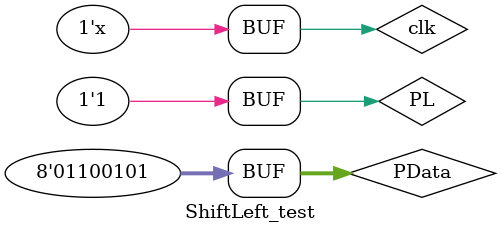
<source format=v>
module ShiftLeft(
    output reg [7:0] D,
    input [7:0] Din,
    input parallelLoad,
    input clk
);
    always @(negedge clk, negedge parallelLoad) begin
        if(parallelLoad == 0)
            D <= Din;
        else begin
            D[0] <= 0;
            D[1] <= D[0];
            D[2] <= D[1];
            D[3] <= D[2];
            D[4] <= D[3];
            D[5] <= D[4];
            D[6] <= D[5];
            D[7] <= D[6];
        end
    end
endmodule

module ShiftLeft_test();
    reg clk, PL;
    reg [7:0] PData;
    wire [7:0] SLData;

    always #10 clk = ~clk;
    ShiftLeft DUT_SL(SLData, PData, PL, clk);
    
    initial begin
        PL = 1; #1; clk = 0; PData = 8'b0110_0101; #1;
        PL = 0; #10;
        PL = 1; #100;
    end
endmodule

</source>
